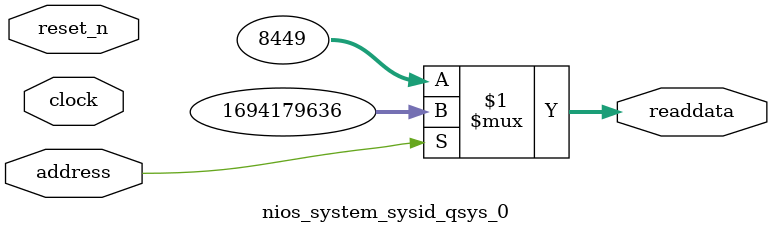
<source format=v>



// synthesis translate_off
`timescale 1ns / 1ps
// synthesis translate_on

// turn off superfluous verilog processor warnings 
// altera message_level Level1 
// altera message_off 10034 10035 10036 10037 10230 10240 10030 

module nios_system_sysid_qsys_0 (
               // inputs:
                address,
                clock,
                reset_n,

               // outputs:
                readdata
             )
;

  output  [ 31: 0] readdata;
  input            address;
  input            clock;
  input            reset_n;

  wire    [ 31: 0] readdata;
  //control_slave, which is an e_avalon_slave
  assign readdata = address ? 1694179636 : 8449;

endmodule



</source>
